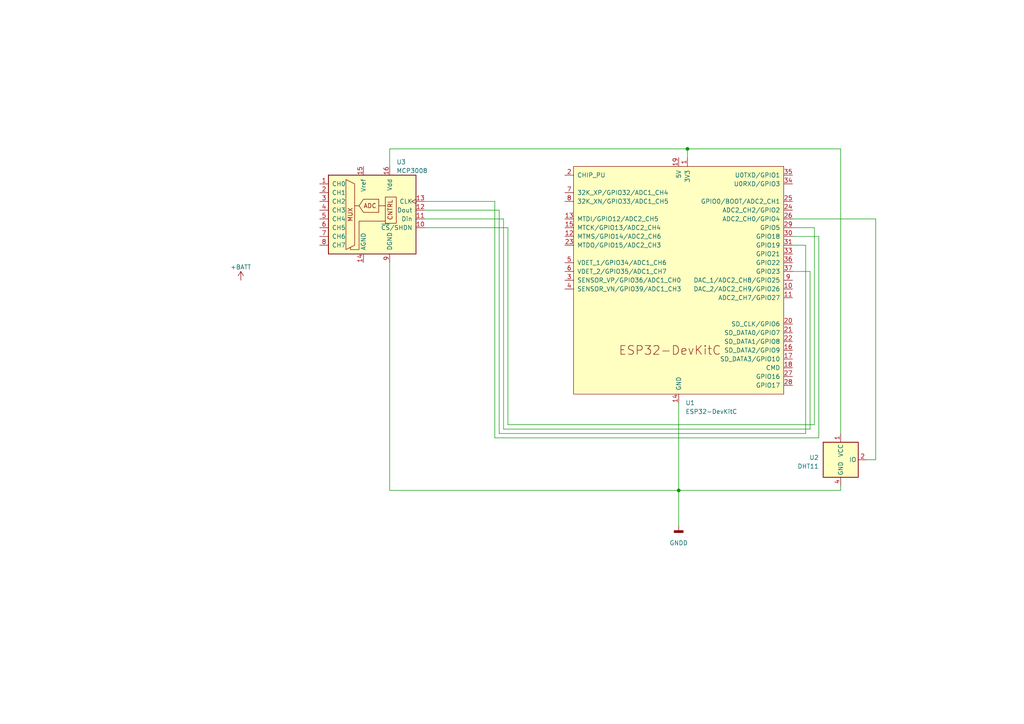
<source format=kicad_sch>
(kicad_sch (version 20230121) (generator eeschema)
  (paper "A4")
  (title_block (title "Carbon monoxide smart module schema") (date "2023-03-19") (rev "v1") (comment 1 "License: https://www.gnu.org/licenses/old-licenses/gpl-2.0.en.html") (comment 2 "Made by: Balázs Róbert Börcsök") (comment 3 "Thesis"))
  (lib_symbols
    (symbol "Analog_ADC:MCP3008" (pin_names (offset 1.016))
      (property "Reference" "U" (at -5.08 13.335 0))
      (property "Value" "MCP3008" (at -5.08 11.43 0))
      (symbol "MCP3008_0_0"
        (text "ADC" (at -0.635 1.27 0) (effects (font (size 1.27 1.27))))
        (text "CNTRL" (at 5.969 -2.921 900) (effects (font (size 1.27 1.27)) (justify left bottom)))
        (text "MUX" (at -6.35 -1.27 900) (effects (font (size 1.27 1.27))))
      )
      (symbol "MCP3008_0_1"
        (polyline (pts (xy -3.81 1.27) (xy -5.08 1.27)))
        (polyline (pts (xy 1.905 1.27) (xy 3.81 1.27)))
        (polyline (pts (xy -7.62 8.89) (xy -7.62 -11.43) (xy -5.08 -10.16) (xy -5.08 7.62) (xy -7.62 8.89)))
        (polyline (pts (xy 3.81 -3.175) (xy -3.81 -3.175) (xy -3.81 -11.43) (xy -6.35 -11.43) (xy -6.35 -10.795)))
        (polyline (pts (xy 1.905 3.175) (xy 1.905 -0.635) (xy -2.54 -0.635) (xy -3.81 1.27) (xy -2.54 3.175) (xy 1.905 3.175)))
        (rectangle (start 3.81 -3.81) (end 6.985 3.81))
        (rectangle (start 12.7 -12.7) (end -12.7 10.16) (stroke (width 0.254)) (fill (type background)))
      )
      (symbol "MCP3008_1_1"
        (pin input line (at -15.24 7.62 0) (length 2.54) (name "CH0") (number "1"))
        (pin input line (at 15.24 -5.08 180) (length 2.54) (name "~{CS}/SHDN") (number "10"))
        (pin input line (at 15.24 -2.54 180) (length 2.54) (name "Din") (number "11"))
        (pin output line (at 15.24 0 180) (length 2.54) (name "Dout") (number "12"))
        (pin input clock (at 15.24 2.54 180) (length 2.54) (name "CLK") (number "13"))
        (pin power_in line (at -2.54 -15.24 90) (length 2.54) (name "AGND") (number "14"))
        (pin power_in line (at -2.54 12.7 270) (length 2.54) (name "Vref") (number "15"))
        (pin power_in line (at 5.08 12.7 270) (length 2.54) (name "Vdd") (number "16"))
        (pin input line (at -15.24 5.08 0) (length 2.54) (name "CH1") (number "2"))
        (pin input line (at -15.24 2.54 0) (length 2.54) (name "CH2") (number "3"))
        (pin input line (at -15.24 0 0) (length 2.54) (name "CH3") (number "4"))
        (pin input line (at -15.24 -2.54 0) (length 2.54) (name "CH4") (number "5"))
        (pin input line (at -15.24 -5.08 0) (length 2.54) (name "CH5") (number "6"))
        (pin input line (at -15.24 -7.62 0) (length 2.54) (name "CH6") (number "7"))
        (pin input line (at -15.24 -10.16 0) (length 2.54) (name "CH7") (number "8"))
        (pin power_in line (at 5.08 -15.24 90) (length 2.54) (name "DGND") (number "9"))
      )
    )
    (symbol "Espressif:ESP32-DevKitC" (pin_names (offset 1.016))
      (property "Reference" "U" (at -30.48 38.1 0))
      (property "Value" "ESP32-DevKitC" (at -30.48 35.56 0))
      (symbol "ESP32-DevKitC_0_0"
        (text "ESP32-DevKitC" (at -2.54 -20.32 0) (effects (font (size 2.54 2.54))))
        (pin power_in line (at 0 -35.56 90) (length 2.54) (name "GND") (number "14"))
        (pin power_in line (at 0 35.56 270) (length 2.54) (name "5V") (number "19"))
      )
      (symbol "ESP32-DevKitC_0_1"
        (rectangle (start -30.48 33.02) (end 30.48 -33.02) (fill (type background)))
      )
      (symbol "ESP32-DevKitC_1_1"
        (pin power_in line (at 2.54 35.56 270) (length 2.54) (name "3V3") (number "1"))
        (pin bidirectional line (at 33.02 -2.54 180) (length 2.54) (name "DAC_2/ADC2_CH9/GPIO26") (number "10"))
        (pin bidirectional line (at 33.02 -5.08 180) (length 2.54) (name "ADC2_CH7/GPIO27") (number "11"))
        (pin bidirectional line (at -33.02 12.7 0) (length 2.54) (name "MTMS/GPIO14/ADC2_CH6") (number "12"))
        (pin bidirectional line (at -33.02 17.78 0) (length 2.54) (name "MTDI/GPIO12/ADC2_CH5") (number "13"))
        (pin bidirectional line (at -33.02 15.24 0) (length 2.54) (name "MTCK/GPIO13/ADC2_CH4") (number "15"))
        (pin bidirectional line (at 33.02 -20.32 180) (length 2.54) (name "SD_DATA2/GPIO9") (number "16"))
        (pin bidirectional line (at 33.02 -22.86 180) (length 2.54) (name "SD_DATA3/GPIO10") (number "17"))
        (pin bidirectional line (at 33.02 -25.4 180) (length 2.54) (name "CMD") (number "18"))
        (pin input line (at -33.02 30.48 0) (length 2.54) (name "CHIP_PU") (number "2"))
        (pin bidirectional line (at 33.02 -12.7 180) (length 2.54) (name "SD_CLK/GPIO6") (number "20"))
        (pin bidirectional line (at 33.02 -15.24 180) (length 2.54) (name "SD_DATA0/GPIO7") (number "21"))
        (pin bidirectional line (at 33.02 -17.78 180) (length 2.54) (name "SD_DATA1/GPIO8") (number "22"))
        (pin bidirectional line (at -33.02 10.16 0) (length 2.54) (name "MTDO/GPIO15/ADC2_CH3") (number "23"))
        (pin bidirectional line (at 33.02 20.32 180) (length 2.54) (name "ADC2_CH2/GPIO2") (number "24"))
        (pin bidirectional line (at 33.02 22.86 180) (length 2.54) (name "GPIO0/BOOT/ADC2_CH1") (number "25"))
        (pin bidirectional line (at 33.02 17.78 180) (length 2.54) (name "ADC2_CH0/GPIO4") (number "26"))
        (pin bidirectional line (at 33.02 -27.94 180) (length 2.54) (name "GPIO16") (number "27"))
        (pin bidirectional line (at 33.02 -30.48 180) (length 2.54) (name "GPIO17") (number "28"))
        (pin bidirectional line (at 33.02 15.24 180) (length 2.54) (name "GPIO5") (number "29"))
        (pin input line (at -33.02 0 0) (length 2.54) (name "SENSOR_VP/GPIO36/ADC1_CH0") (number "3"))
        (pin bidirectional line (at 33.02 12.7 180) (length 2.54) (name "GPIO18") (number "30"))
        (pin bidirectional line (at 33.02 10.16 180) (length 2.54) (name "GPIO19") (number "31"))
        (pin passive line (at 0 -35.56 90) (length 2.54) hide (name "GND") (number "32"))
        (pin bidirectional line (at 33.02 7.62 180) (length 2.54) (name "GPIO21") (number "33"))
        (pin bidirectional line (at 33.02 27.94 180) (length 2.54) (name "U0RXD/GPIO3") (number "34"))
        (pin bidirectional line (at 33.02 30.48 180) (length 2.54) (name "U0TXD/GPIO1") (number "35"))
        (pin bidirectional line (at 33.02 5.08 180) (length 2.54) (name "GPIO22") (number "36"))
        (pin bidirectional line (at 33.02 2.54 180) (length 2.54) (name "GPIO23") (number "37"))
        (pin passive line (at 0 -35.56 90) (length 2.54) hide (name "GND") (number "38"))
        (pin input line (at -33.02 -2.54 0) (length 2.54) (name "SENSOR_VN/GPIO39/ADC1_CH3") (number "4"))
        (pin input line (at -33.02 5.08 0) (length 2.54) (name "VDET_1/GPIO34/ADC1_CH6") (number "5"))
        (pin input line (at -33.02 2.54 0) (length 2.54) (name "VDET_2/GPIO35/ADC1_CH7") (number "6"))
        (pin bidirectional line (at -33.02 25.4 0) (length 2.54) (name "32K_XP/GPIO32/ADC1_CH4") (number "7"))
        (pin bidirectional line (at -33.02 22.86 0) (length 2.54) (name "32K_XN/GPIO33/ADC1_CH5") (number "8"))
        (pin bidirectional line (at 33.02 0 180) (length 2.54) (name "DAC_1/ADC2_CH8/GPIO25") (number "9"))
      )
    )
    (symbol "Sensor:DHT11"
      (property "Reference" "U" (at -3.81 6.35 0))
      (property "Value" "DHT11" (at 3.81 6.35 0))
      (symbol "DHT11_0_1"
        (rectangle (start -5.08 5.08) (end 5.08 -5.08) (stroke (width 0.254)) (fill (type background)))
      )
      (symbol "DHT11_1_1"
        (pin power_in line (at 0 7.62 270) (length 2.54) (name "VCC") (number "1"))
        (pin bidirectional line (at 7.62 0 180) (length 2.54) (name "IO") (number "2"))
        (pin no_connect line (at -5.08 0 0) (length 2.54) hide (name "NC") (number "3"))
        (pin power_in line (at 0 -7.62 90) (length 2.54) (name "GND") (number "4"))
      )
    )
    (symbol "power:+BATT" (power) (pin_names (offset 0))
      (property "Value" "+BATT" (at 0 3.556 0))
      (symbol "+BATT_0_1"
        (polyline (pts (xy -0.762 1.27) (xy 0 2.54)))
        (polyline (pts (xy 0 0) (xy 0 2.54)))
        (polyline (pts (xy 0 2.54) (xy 0.762 1.27)))
      )
      (symbol "+BATT_1_1"
        (pin power_in line (at 0 0 90) (length 0) hide (name "+BATT") (number "1"))
      )
    )
    (symbol "power:GNDD" (power) (pin_names (offset 0))
      (property "Value" "GNDD" (at 0 -3.175 0))
      (symbol "GNDD_0_1"
        (rectangle (start -1.27 -1.524) (end 1.27 -2.032) (stroke (width 0.254)) (fill (type outline)))
        (polyline (pts (xy 0 0) (xy 0 -1.524)))
      )
      (symbol "GNDD_1_1"
        (pin power_in line (at 0 0 270) (length 0) hide (name "GNDD") (number "1"))
      )
    )
  )
  (junction (at 199.39 43.18))
  (junction (at 196.85 142.24))
  (wire (pts (xy 233.68 71.12) (xy 233.68 125.73)))
  (wire (pts (xy 234.95 124.46) (xy 146.05 124.46)))
  (wire (pts (xy 234.95 78.74) (xy 234.95 124.46)))
  (wire (pts (xy 146.05 63.5) (xy 123.19 63.5)))
  (wire (pts (xy 229.87 68.58) (xy 237.49 68.58)))
  (wire (pts (xy 254 63.5) (xy 254 133.35)))
  (wire (pts (xy 229.87 78.74) (xy 234.95 78.74)))
  (wire (pts (xy 243.84 140.97) (xy 243.84 142.24)))
  (wire (pts (xy 147.32 123.19) (xy 147.32 66.04)))
  (wire (pts (xy 237.49 68.58) (xy 237.49 127)))
  (wire (pts (xy 236.22 123.19) (xy 147.32 123.19)))
  (wire (pts (xy 146.05 124.46) (xy 146.05 63.5)))
  (wire (pts (xy 196.85 142.24) (xy 196.85 152.4)))
  (wire (pts (xy 229.87 63.5) (xy 254 63.5)))
  (wire (pts (xy 113.03 142.24) (xy 196.85 142.24)))
  (wire (pts (xy 143.51 127) (xy 143.51 58.42)))
  (wire (pts (xy 233.68 125.73) (xy 144.78 125.73)))
  (wire (pts (xy 196.85 116.84) (xy 196.85 142.24)))
  (wire (pts (xy 199.39 45.72) (xy 199.39 43.18)))
  (wire (pts (xy 147.32 66.04) (xy 123.19 66.04)))
  (wire (pts (xy 229.87 71.12) (xy 233.68 71.12)))
  (wire (pts (xy 113.03 48.26) (xy 113.03 43.18)))
  (wire (pts (xy 229.87 66.04) (xy 236.22 66.04)))
  (wire (pts (xy 254 133.35) (xy 251.46 133.35)))
  (wire (pts (xy 143.51 58.42) (xy 123.19 58.42)))
  (wire (pts (xy 113.03 76.2) (xy 113.03 142.24)))
  (wire (pts (xy 243.84 142.24) (xy 196.85 142.24)))
  (wire (pts (xy 236.22 66.04) (xy 236.22 123.19)))
  (wire (pts (xy 237.49 127) (xy 143.51 127)))
  (wire (pts (xy 144.78 125.73) (xy 144.78 60.96)))
  (wire (pts (xy 199.39 43.18) (xy 243.84 43.18)))
  (wire (pts (xy 113.03 43.18) (xy 199.39 43.18)))
  (wire (pts (xy 123.19 60.96) (xy 144.78 60.96)))
  (wire (pts (xy 243.84 43.18) (xy 243.84 125.73)))
  (symbol (lib_id "power:+BATT") (at 69.85 81.28 0) (unit 1)
    (property "Reference" "#PWR01" (effects hide))
    (property "Value" "+BATT" (at 69.85 77.47 0))
  )
  (symbol (lib_id "power:GNDD") (at 196.85 152.4 0) (unit 1)
    (property "Reference" "#PWR02" (effects hide))
    (property "Value" "GNDD" (at 196.85 157.48 0))
  )
  (symbol (lib_id "Espressif:ESP32-DevKitC") (at 196.85 81.28 0) (unit 1)
    (property "Reference" "U1" (at 198.8059 116.84 0) (effects (justify left)))
    (property "Value" "ESP32-DevKitC" (at 198.8059 119.38 0) (effects (justify left)))
    (property "Footprint" "Espressif:ESP32-DevKitC" (effects hide))
    (property "Datasheet" "https://docs.espressif.com/projects/esp-idf/zh_CN/latest/esp32/hw-reference/esp32/get-started-devkitc.html" (effects hide))
  )
  (symbol (lib_id "Sensor:DHT11") (at 243.84 133.35 0) (unit 1)
    (property "Reference" "U2" (at 237.49 132.715 0) (effects (justify right)))
    (property "Value" "DHT11" (at 237.49 135.255 0) (effects (justify right)))
    (property "Footprint" "Sensor:Aosong_DHT11_5.5x12.0_P2.54mm" (effects hide))
    (property "Datasheet" "http://akizukidenshi.com/download/ds/aosong/DHT11.pdf" (effects hide))
  )
  (symbol (lib_id "Analog_ADC:MCP3008") (at 107.95 60.96 0) (unit 1)
    (property "Reference" "U3" (at 114.9859 46.99 0) (effects (justify left)))
    (property "Value" "MCP3008" (at 114.9859 49.53 0) (effects (justify left)))
    (property "Datasheet" "http://ww1.microchip.com/downloads/en/DeviceDoc/21295d.pdf" (effects hide))
  )
)
</source>
